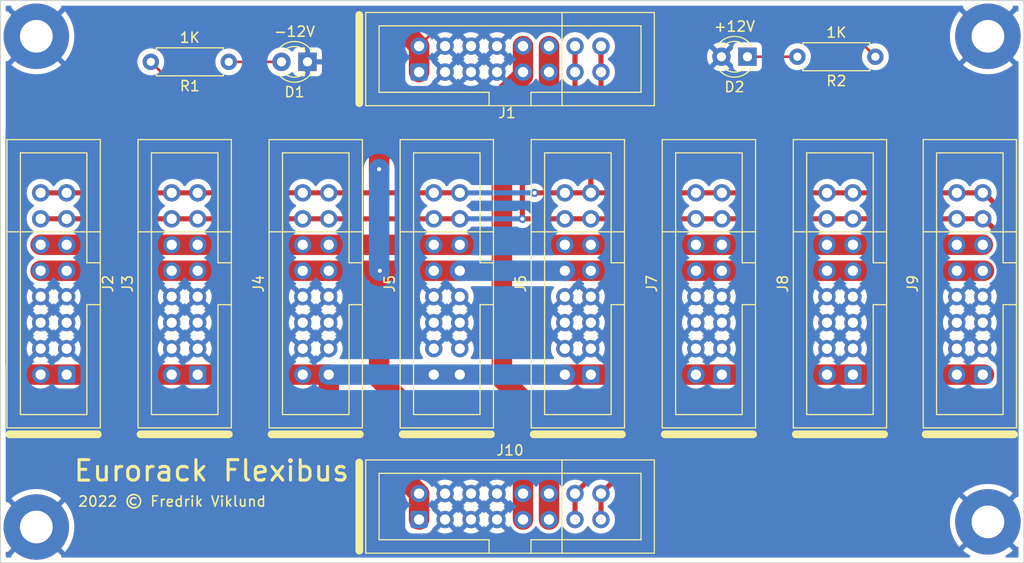
<source format=kicad_pcb>
(kicad_pcb (version 20211014) (generator pcbnew)
  (layers (0 "F.Cu" signal) (31 "B.Cu" signal) (34 "B.Paste" user) (35 "F.Paste" user) (36 "B.SilkS" user "B.Silkscreen") (37 "F.SilkS" user "F.Silkscreen") (38 "B.Mask" user) (39 "F.Mask" user) (44 "Edge.Cuts" user))
  (net 0 "")
  (net 1 "-12V")
  (net 2 "GND")
  (net 3 "+12V")
  (net 4 "+5V")
  (net 5 "CV")
  (net 6 "GATE")
  (net 7 "Net-(D1-Pad2)")
  (net 8 "Net-(D2-Pad1)")
  (footprint "Fredriks Footprints:IDC-Header_2x08_vert_Eurorack_PWR_combo" (layer "F.Cu") (at 120.500712 131.594 180)
    (fp_text reference "J7" (at 6.858 8.89 90 unlocked) (layer "F.SilkS"))
    (fp_text value "PWR_out_1")
    (fp_line (start -1.98 10.94) (end -3.29 10.94) (layer "F.SilkS") (width 0.12))
    (fp_line (start 5.588 -5.842) (end -3.048 -5.842) (layer "F.SilkS") (width 0.75))
    (fp_line (start 5.83 -5.21) (end 5.83 22.99) (layer "F.SilkS") (width 0.12))
    (fp_line (start -1.98 10.94) (end -1.98 10.94) (layer "F.SilkS") (width 0.12))
    (fp_line (start -3.29 -5.21) (end 5.83 -5.21) (layer "F.SilkS") (width 0.12))
    (fp_line (start -1.98 -3.91) (end 4.52 -3.91) (layer "F.SilkS") (width 0.12))
    (fp_line (start -1.98 21.69) (end -1.98 10.94) (layer "F.SilkS") (width 0.12))
    (fp_line (start -1.98 6.84) (end -1.98 -3.91) (layer "F.SilkS") (width 0.12))
    (fp_line (start -3.29 6.84) (end -1.98 6.84) (layer "F.SilkS") (width 0.12))
    (fp_line (start -3.29 22.99) (end -3.29 -5.21) (layer "F.SilkS") (width 0.12))
    (fp_line (start 5.83 13.97) (end -3.29 13.97) (layer "F.SilkS") (width 0.12))
    (fp_line (start 5.83 22.99) (end -3.29 22.99) (layer "F.SilkS") (width 0.12))
    (fp_line (start 4.52 -3.91) (end 4.52 21.69) (layer "F.SilkS") (width 0.12))
    (fp_line (start 4.52 21.69) (end -1.98 21.69) (layer "F.SilkS") (width 0.12))
    (pad "1" thru_hole roundrect locked (at 0 0 180) (size 1.7 1.7) (drill 1) (layers *.Cu *.Mask) (roundrect_rratio 0.1470588235) (net 1 "-12V"))
    (pad "2" thru_hole circle locked (at 2.54 0 180) (size 1.7 1.7) (drill 1) (layers *.Cu *.Mask) (net 1 "-12V"))
    (pad "3" thru_hole circle locked (at 0 2.54 180) (size 1.7 1.7) (drill 1) (layers *.Cu *.Mask) (net 2 "GND"))
    (pad "4" thru_hole circle locked (at 2.54 2.54 180) (size 1.7 1.7) (drill 1) (layers *.Cu *.Mask) (net 2 "GND"))
    (pad "5" thru_hole circle locked (at 0 5.08 180) (size 1.7 1.7) (drill 1) (layers *.Cu *.Mask) (net 2 "GND"))
    (pad "6" thru_hole circle locked (at 2.54 5.08 180) (size 1.7 1.7) (drill 1) (layers *.Cu *.Mask) (net 2 "GND"))
    (pad "7" thru_hole circle locked (at 0 7.62 180) (size 1.7 1.7) (drill 1) (layers *.Cu *.Mask) (net 2 "GND"))
    (pad "8" thru_hole circle locked (at 2.54 7.62 180) (size 1.7 1.7) (drill 1) (layers *.Cu *.Mask) (net 2 "GND"))
    (pad "9" thru_hole circle locked (at 0 10.16 180) (size 1.7 1.7) (drill 1) (layers *.Cu *.Mask) (net 3 "+12V"))
    (pad "10" thru_hole circle locked (at 2.54 10.16 180) (size 1.7 1.7) (drill 1) (layers *.Cu *.Mask) (net 3 "+12V"))
    (pad "11" thru_hole circle locked (at 0 12.7 180) (size 1.7 1.7) (drill 1) (layers *.Cu *.Mask) (net 4 "+5V"))
    (pad "12" thru_hole circle locked (at 2.54 12.7 180) (size 1.7 1.7) (drill 1) (layers *.Cu *.Mask) (net 4 "+5V"))
    (pad "13" thru_hole circle locked (at 0 15.24 180) (size 1.7 1.7) (drill 1) (layers *.Cu *.Mask) (net 5 "CV"))
    (pad "14" thru_hole circle locked (at 2.54 15.24 180) (size 1.7 1.7) (drill 1) (layers *.Cu *.Mask) (net 5 "CV"))
    (pad "15" thru_hole circle locked (at 0 17.78 180) (size 1.7 1.7) (drill 1) (layers *.Cu *.Mask) (net 6 "GATE"))
    (pad "16" thru_hole circle locked (at 2.54 17.78 180) (size 1.7 1.7) (drill 1) (layers *.Cu *.Mask) (net 6 "GATE"))
  )
  (footprint "MountingHole:MountingHole_3.2mm_M3_Pad" (layer "F.Cu") (at 53.5 146.5 180)
    (fp_text reference "H4" hide)
    (fp_text value locked "MountingHole" hide)
    (pad "1" thru_hole circle locked (at 0 0 180) (size 6.4 6.4) (drill 3.2) (layers *.Cu *.Mask) (net 2 "GND"))
  )
  (footprint "Fredriks Footprints:IDC-Header_2x08_vert_Eurorack_PWR_combo" (layer "F.Cu") (at 133.30839 131.594 180)
    (fp_text reference "J8" (at 6.858 8.89 90 unlocked) (layer "F.SilkS"))
    (fp_text value "PWR_out_1")
    (fp_line (start 5.588 -5.842) (end -3.048 -5.842) (layer "F.SilkS") (width 0.75))
    (fp_line (start 5.83 13.97) (end -3.29 13.97) (layer "F.SilkS") (width 0.12))
    (fp_line (start 5.83 22.99) (end -3.29 22.99) (layer "F.SilkS") (width 0.12))
    (fp_line (start -3.29 -5.21) (end 5.83 -5.21) (layer "F.SilkS") (width 0.12))
    (fp_line (start -1.98 -3.91) (end 4.52 -3.91) (layer "F.SilkS") (width 0.12))
    (fp_line (start -3.29 22.99) (end -3.29 -5.21) (layer "F.SilkS") (width 0.12))
    (fp_line (start 4.52 21.69) (end -1.98 21.69) (layer "F.SilkS") (width 0.12))
    (fp_line (start -1.98 21.69) (end -1.98 10.94) (layer "F.SilkS") (width 0.12))
    (fp_line (start -1.98 6.84) (end -1.98 -3.91) (layer "F.SilkS") (width 0.12))
    (fp_line (start -3.29 6.84) (end -1.98 6.84) (layer "F.SilkS") (width 0.12))
    (fp_line (start 5.83 -5.21) (end 5.83 22.99) (layer "F.SilkS") (width 0.12))
    (fp_line (start 4.52 -3.91) (end 4.52 21.69) (layer "F.SilkS") (width 0.12))
    (fp_line (start -1.98 10.94) (end -1.98 10.94) (layer "F.SilkS") (width 0.12))
    (fp_line (start -1.98 10.94) (end -3.29 10.94) (layer "F.SilkS") (width 0.12))
    (pad "1" thru_hole roundrect locked (at 0 0 180) (size 1.7 1.7) (drill 1) (layers *.Cu *.Mask) (roundrect_rratio 0.1470588235) (net 1 "-12V"))
    (pad "2" thru_hole circle locked (at 2.54 0 180) (size 1.7 1.7) (drill 1) (layers *.Cu *.Mask) (net 1 "-12V"))
    (pad "3" thru_hole circle locked (at 0 2.54 180) (size 1.7 1.7) (drill 1) (layers *.Cu *.Mask) (net 2 "GND"))
    (pad "4" thru_hole circle locked (at 2.54 2.54 180) (size 1.7 1.7) (drill 1) (layers *.Cu *.Mask) (net 2 "GND"))
    (pad "5" thru_hole circle locked (at 0 5.08 180) (size 1.7 1.7) (drill 1) (layers *.Cu *.Mask) (net 2 "GND"))
    (pad "6" thru_hole circle locked (at 2.54 5.08 180) (size 1.7 1.7) (drill 1) (layers *.Cu *.Mask) (net 2 "GND"))
    (pad "7" thru_hole circle locked (at 0 7.62 180) (size 1.7 1.7) (drill 1) (layers *.Cu *.Mask) (net 2 "GND"))
    (pad "8" thru_hole circle locked (at 2.54 7.62 180) (size 1.7 1.7) (drill 1) (layers *.Cu *.Mask) (net 2 "GND"))
    (pad "9" thru_hole circle locked (at 0 10.16 180) (size 1.7 1.7) (drill 1) (layers *.Cu *.Mask) (net 3 "+12V"))
    (pad "10" thru_hole circle locked (at 2.54 10.16 180) (size 1.7 1.7) (drill 1) (layers *.Cu *.Mask) (net 3 "+12V"))
    (pad "11" thru_hole circle locked (at 0 12.7 180) (size 1.7 1.7) (drill 1) (layers *.Cu *.Mask) (net 4 "+5V"))
    (pad "12" thru_hole circle locked (at 2.54 12.7 180) (size 1.7 1.7) (drill 1) (layers *.Cu *.Mask) (net 4 "+5V"))
    (pad "13" thru_hole circle locked (at 0 15.24 180) (size 1.7 1.7) (drill 1) (layers *.Cu *.Mask) (net 5 "CV"))
    (pad "14" thru_hole circle locked (at 2.54 15.24 180) (size 1.7 1.7) (drill 1) (layers *.Cu *.Mask) (net 5 "CV"))
    (pad "15" thru_hole circle locked (at 0 17.78 180) (size 1.7 1.7) (drill 1) (layers *.Cu *.Mask) (net 6 "GATE"))
    (pad "16" thru_hole circle locked (at 2.54 17.78 180) (size 1.7 1.7) (drill 1) (layers *.Cu *.Mask) (net 6 "GATE"))
  )
  (footprint "Fredriks Footprints:IDC-Header_2x08_vert_Eurorack_PWR_combo" (layer "F.Cu") (at 94.885356 131.594 180)
    (fp_text reference "J5" (at 6.858 8.89 90 unlocked) (layer "F.SilkS"))
    (fp_text value "PWR_out_1")
    (fp_line (start -1.98 10.94) (end -3.29 10.94) (layer "F.SilkS") (width 0.12))
    (fp_line (start 5.83 -5.21) (end 5.83 22.99) (layer "F.SilkS") (width 0.12))
    (fp_line (start -1.98 21.69) (end -1.98 10.94) (layer "F.SilkS") (width 0.12))
    (fp_line (start 5.83 22.99) (end -3.29 22.99) (layer "F.SilkS") (width 0.12))
    (fp_line (start 5.83 13.97) (end -3.29 13.97) (layer "F.SilkS") (width 0.12))
    (fp_line (start -3.29 -5.21) (end 5.83 -5.21) (layer "F.SilkS") (width 0.12))
    (fp_line (start -1.98 -3.91) (end 4.52 -3.91) (layer "F.SilkS") (width 0.12))
    (fp_line (start -1.98 6.84) (end -1.98 -3.91) (layer "F.SilkS") (width 0.12))
    (fp_line (start -3.29 22.99) (end -3.29 -5.21) (layer "F.SilkS") (width 0.12))
    (fp_line (start 5.588 -5.842) (end -3.048 -5.842) (layer "F.SilkS") (width 0.75))
    (fp_line (start 4.52 -3.91) (end 4.52 21.69) (layer "F.SilkS") (width 0.12))
    (fp_line (start -3.29 6.84) (end -1.98 6.84) (layer "F.SilkS") (width 0.12))
    (fp_line (start 4.52 21.69) (end -1.98 21.69) (layer "F.SilkS") (width 0.12))
    (fp_line (start -1.98 10.94) (end -1.98 10.94) (layer "F.SilkS") (width 0.12))
    (pad "1" thru_hole roundrect locked (at 0 0 180) (size 1.7 1.7) (drill 1) (layers *.Cu *.Mask) (roundrect_rratio 0.1470588235) (net 1 "-12V"))
    (pad "2" thru_hole circle locked (at 2.54 0 180) (size 1.7 1.7) (drill 1) (layers *.Cu *.Mask) (net 1 "-12V"))
    (pad "3" thru_hole circle locked (at 0 2.54 180) (size 1.7 1.7) (drill 1) (layers *.Cu *.Mask) (net 2 "GND"))
    (pad "4" thru_hole circle locked (at 2.54 2.54 180) (size 1.7 1.7) (drill 1) (layers *.Cu *.Mask) (net 2 "GND"))
    (pad "5" thru_hole circle locked (at 0 5.08 180) (size 1.7 1.7) (drill 1) (layers *.Cu *.Mask) (net 2 "GND"))
    (pad "6" thru_hole circle locked (at 2.54 5.08 180) (size 1.7 1.7) (drill 1) (layers *.Cu *.Mask) (net 2 "GND"))
    (pad "7" thru_hole circle locked (at 0 7.62 180) (size 1.7 1.7) (drill 1) (layers *.Cu *.Mask) (net 2 "GND"))
    (pad "8" thru_hole circle locked (at 2.54 7.62 180) (size 1.7 1.7) (drill 1) (layers *.Cu *.Mask) (net 2 "GND"))
    (pad "9" thru_hole circle locked (at 0 10.16 180) (size 1.7 1.7) (drill 1) (layers *.Cu *.Mask) (net 3 "+12V"))
    (pad "10" thru_hole circle locked (at 2.54 10.16 180) (size 1.7 1.7) (drill 1) (layers *.Cu *.Mask) (net 3 "+12V"))
    (pad "11" thru_hole circle locked (at 0 12.7 180) (size 1.7 1.7) (drill 1) (layers *.Cu *.Mask) (net 4 "+5V"))
    (pad "12" thru_hole circle locked (at 2.54 12.7 180) (size 1.7 1.7) (drill 1) (layers *.Cu *.Mask) (net 4 "+5V"))
    (pad "13" thru_hole circle locked (at 0 15.24 180) (size 1.7 1.7) (drill 1) (layers *.Cu *.Mask) (net 5 "CV"))
    (pad "14" thru_hole circle locked (at 2.54 15.24 180) (size 1.7 1.7) (drill 1) (layers *.Cu *.Mask) (net 5 "CV"))
    (pad "15" thru_hole circle locked (at 0 17.78 180) (size 1.7 1.7) (drill 1) (layers *.Cu *.Mask) (net 6 "GATE"))
    (pad "16" thru_hole circle locked (at 2.54 17.78 180) (size 1.7 1.7) (drill 1) (layers *.Cu *.Mask) (net 6 "GATE"))
  )
  (footprint "LED_THT:LED_D3.0mm" (layer "F.Cu") (at 80 101 180)
    (fp_text reference "D1" (at 1.27 -2.96) (layer "F.SilkS"))
    (fp_text value "-12V" (at 1.27 2.96) (layer "F.SilkS"))
    (fp_line (start -0.29 -1.236) (end -0.29 -1.08) (layer "F.SilkS") (width 0.12))
    (fp_line (start -0.29 1.08) (end -0.29 1.236) (layer "F.SilkS") (width 0.12))
    (fp_arc (start 0.229039 -1.08) (mid 1.270117 -1.5) (end 2.31113 -1.079837) (layer "F.SilkS") (width 0.12))
    (fp_arc (start 2.31113 1.079837) (mid 1.270117 1.5) (end 0.229039 1.08) (layer "F.SilkS") (width 0.12))
    (fp_arc (start -0.29 -1.235516) (mid 1.366487 -1.987659) (end 2.942335 -1.078608) (layer "F.SilkS") (width 0.12))
    (fp_arc (start 2.942335 1.078608) (mid 1.366487 1.987659) (end -0.29 1.235516) (layer "F.SilkS") (width 0.12))
    (pad "1" thru_hole rect locked (at 0 0 180) (size 1.8 1.8) (drill 0.9) (layers *.Cu *.Mask) (net 2 "GND"))
    (pad "2" thru_hole circle locked (at 2.54 0 180) (size 1.8 1.8) (drill 0.9) (layers *.Cu *.Mask) (net 7 "Net-(D1-Pad2)"))
  )
  (footprint "Fredriks Footprints:IDC-Header_2x08_vert_Eurorack_PWR_combo" (layer "F.Cu") (at 69.27 131.594 180)
    (fp_text reference "J3" (at 6.858 8.89 90 unlocked) (layer "F.SilkS"))
    (fp_text value "PWR_out_1")
    (fp_line (start 4.52 21.69) (end -1.98 21.69) (layer "F.SilkS") (width 0.12))
    (fp_line (start -1.98 10.94) (end -1.98 10.94) (layer "F.SilkS") (width 0.12))
    (fp_line (start -1.98 6.84) (end -1.98 -3.91) (layer "F.SilkS") (width 0.12))
    (fp_line (start -3.29 6.84) (end -1.98 6.84) (layer "F.SilkS") (width 0.12))
    (fp_line (start 5.83 22.99) (end -3.29 22.99) (layer "F.SilkS") (width 0.12))
    (fp_line (start 4.52 -3.91) (end 4.52 21.69) (layer "F.SilkS") (width 0.12))
    (fp_line (start 5.83 -5.21) (end 5.83 22.99) (layer "F.SilkS") (width 0.12))
    (fp_line (start -3.29 22.99) (end -3.29 -5.21) (layer "F.SilkS") (width 0.12))
    (fp_line (start -3.29 -5.21) (end 5.83 -5.21) (layer "F.SilkS") (width 0.12))
    (fp_line (start 5.588 -5.842) (end -3.048 -5.842) (layer "F.SilkS") (width 0.75))
    (fp_line (start -1.98 10.94) (end -3.29 10.94) (layer "F.SilkS") (width 0.12))
    (fp_line (start -1.98 -3.91) (end 4.52 -3.91) (layer "F.SilkS") (width 0.12))
    (fp_line (start -1.98 21.69) (end -1.98 10.94) (layer "F.SilkS") (width 0.12))
    (fp_line (start 5.83 13.97) (end -3.29 13.97) (layer "F.SilkS") (width 0.12))
    (pad "1" thru_hole roundrect locked (at 0 0 180) (size 1.7 1.7) (drill 1) (layers *.Cu *.Mask) (roundrect_rratio 0.1470588235) (net 1 "-12V"))
    (pad "2" thru_hole circle locked (at 2.54 0 180) (size 1.7 1.7) (drill 1) (layers *.Cu *.Mask) (net 1 "-12V"))
    (pad "3" thru_hole circle locked (at 0 2.54 180) (size 1.7 1.7) (drill 1) (layers *.Cu *.Mask) (net 2 "GND"))
    (pad "4" thru_hole circle locked (at 2.54 2.54 180) (size 1.7 1.7) (drill 1) (layers *.Cu *.Mask) (net 2 "GND"))
    (pad "5" thru_hole circle locked (at 0 5.08 180) (size 1.7 1.7) (drill 1) (layers *.Cu *.Mask) (net 2 "GND"))
    (pad "6" thru_hole circle locked (at 2.54 5.08 180) (size 1.7 1.7) (drill 1) (layers *.Cu *.Mask) (net 2 "GND"))
    (pad "7" thru_hole circle locked (at 0 7.62 180) (size 1.7 1.7) (drill 1) (layers *.Cu *.Mask) (net 2 "GND"))
    (pad "8" thru_hole circle locked (at 2.54 7.62 180) (size 1.7 1.7) (drill 1) (layers *.Cu *.Mask) (net 2 "GND"))
    (pad "9" thru_hole circle locked (at 0 10.16 180) (size 1.7 1.7) (drill 1) (layers *.Cu *.Mask) (net 3 "+12V"))
    (pad "10" thru_hole circle locked (at 2.54 10.16 180) (size 1.7 1.7) (drill 1) (layers *.Cu *.Mask) (net 3 "+12V"))
    (pad "11" thru_hole circle locked (at 0 12.7 180) (size 1.7 1.7) (drill 1) (layers *.Cu *.Mask) (net 4 "+5V"))
    (pad "12" thru_hole circle locked (at 2.54 12.7 180) (size 1.7 1.7) (drill 1) (layers *.Cu *.Mask) (net 4 "+5V"))
    (pad "13" thru_hole circle locked (at 0 15.24 180) (size 1.7 1.7) (drill 1) (layers *.Cu *.Mask) (net 5 "CV"))
    (pad "14" thru_hole circle locked (at 2.54 15.24 180) (size 1.7 1.7) (drill 1) (layers *.Cu *.Mask) (net 5 "CV"))
    (pad "15" thru_hole circle locked (at 0 17.78 180) (size 1.7 1.7) (drill 1) (layers *.Cu *.Mask) (net 6 "GATE"))
    (pad "16" thru_hole circle locked (at 2.54 17.78 180) (size 1.7 1.7) (drill 1) (layers *.Cu *.Mask) (net 6 "GATE"))
  )
  (footprint "Fredriks Footprints:IDC-Header_2x08_vert_Eurorack_PWR_combo" (layer "F.Cu") (at 82.077678 131.594 180)
    (fp_text reference "J4" (at 6.858 8.89 90 unlocked) (layer "F.SilkS"))
    (fp_text value "PWR_out_1")
    (fp_line (start 5.83 -5.21) (end 5.83 22.99) (layer "F.SilkS") (width 0.12))
    (fp_line (start -1.98 -3.91) (end 4.52 -3.91) (layer "F.SilkS") (width 0.12))
    (fp_line (start 5.83 13.97) (end -3.29 13.97) (layer "F.SilkS") (width 0.12))
    (fp_line (start 4.52 21.69) (end -1.98 21.69) (layer "F.SilkS") (width 0.12))
    (fp_line (start -1.98 10.94) (end -3.29 10.94) (layer "F.SilkS") (width 0.12))
    (fp_line (start 5.83 22.99) (end -3.29 22.99) (layer "F.SilkS") (width 0.12))
    (fp_line (start -3.29 6.84) (end -1.98 6.84) (layer "F.SilkS") (width 0.12))
    (fp_line (start -1.98 21.69) (end -1.98 10.94) (layer "F.SilkS") (width 0.12))
    (fp_line (start -1.98 6.84) (end -1.98 -3.91) (layer "F.SilkS") (width 0.12))
    (fp_line (start -3.29 -5.21) (end 5.83 -5.21) (layer "F.SilkS") (width 0.12))
    (fp_line (start 4.52 -3.91) (end 4.52 21.69) (layer "F.SilkS") (width 0.12))
    (fp_line (start -1.98 10.94) (end -1.98 10.94) (layer "F.SilkS") (width 0.12))
    (fp_line (start -3.29 22.99) (end -3.29 -5.21) (layer "F.SilkS") (width 0.12))
    (fp_line (start 5.588 -5.842) (end -3.048 -5.842) (layer "F.SilkS") (width 0.75))
    (pad "1" thru_hole roundrect locked (at 0 0 180) (size 1.7 1.7) (drill 1) (layers *.Cu *.Mask) (roundrect_rratio 0.1470588235) (net 1 "-12V"))
    (pad "2" thru_hole circle locked (at 2.54 0 180) (size 1.7 1.7) (drill 1) (layers *.Cu *.Mask) (net 1 "-12V"))
    (pad "3" thru_hole circle locked (at 0 2.54 180) (size 1.7 1.7) (drill 1) (layers *.Cu *.Mask) (net 2 "GND"))
    (pad "4" thru_hole circle locked (at 2.54 2.54 180) (size 1.7 1.7) (drill 1) (layers *.Cu *.Mask) (net 2 "GND"))
    (pad "5" thru_hole circle locked (at 0 5.08 180) (size 1.7 1.7) (drill 1) (layers *.Cu *.Mask) (net 2 "GND"))
    (pad "6" thru_hole circle locked (at 2.54 5.08 180) (size 1.7 1.7) (drill 1) (layers *.Cu *.Mask) (net 2 "GND"))
    (pad "7" thru_hole circle locked (at 0 7.62 180) (size 1.7 1.7) (drill 1) (layers *.Cu *.Mask) (net 2 "GND"))
    (pad "8" thru_hole circle locked (at 2.54 7.62 180) (size 1.7 1.7) (drill 1) (layers *.Cu *.Mask) (net 2 "GND"))
    (pad "9" thru_hole circle locked (at 0 10.16 180) (size 1.7 1.7) (drill 1) (layers *.Cu *.Mask) (net 3 "+12V"))
    (pad "10" thru_hole circle locked (at 2.54 10.16 180) (size 1.7 1.7) (drill 1) (layers *.Cu *.Mask) (net 3 "+12V"))
    (pad "11" thru_hole circle locked (at 0 12.7 180) (size 1.7 1.7) (drill 1) (layers *.Cu *.Mask) (net 4 "+5V"))
    (pad "12" thru_hole circle locked (at 2.54 12.7 180) (size 1.7 1.7) (drill 1) (layers *.Cu *.Mask) (net 4 "+5V"))
    (pad "13" thru_hole circle locked (at 0 15.24 180) (size 1.7 1.7) (drill 1) (layers *.Cu *.Mask) (net 5 "CV"))
    (pad "14" thru_hole circle locked (at 2.54 15.24 180) (size 1.7 1.7) (drill 1) (layers *.Cu *.Mask) (net 5 "CV"))
    (pad "15" thru_hole circle locked (at 0 17.78 180) (size 1.7 1.7) (drill 1) (layers *.Cu *.Mask) (net 6 "GATE"))
    (pad "16" thru_hole circle locked (at 2.54 17.78 180) (size 1.7 1.7) (drill 1) (layers *.Cu *.Mask) (net 6 "GATE"))
  )
  (footprint "Resistor_THT:R_Axial_DIN0207_L6.3mm_D2.5mm_P7.62mm_Horizontal" (layer "F.Cu") (at 72.31 101 180)
    (fp_text reference "R1" (at 3.81 -2.37) (layer "F.SilkS"))
    (fp_text value "1K" (at 3.81 2.37) (layer "F.SilkS"))
    (fp_line (start 0.54 -1.04) (end 0.54 -1.37) (layer "F.SilkS") (width 0.12))
    (fp_line (start 7.08 -1.37) (end 7.08 -1.04) (layer "F.SilkS") (width 0.12))
    (fp_line (start 0.54 1.37) (end 7.08 1.37) (layer "F.SilkS") (width 0.12))
    (fp_line (start 7.08 1.37) (end 7.08 1.04) (layer "F.SilkS") (width 0.12))
    (fp_line (start 0.54 1.04) (end 0.54 1.37) (layer "F.SilkS") (width 0.12))
    (fp_line (start 0.54 -1.37) (end 7.08 -1.37) (layer "F.SilkS") (width 0.12))
    (pad "1" thru_hole circle locked (at 0 0 180) (size 1.6 1.6) (drill 0.8) (layers *.Cu *.Mask) (net 7 "Net-(D1-Pad2)"))
    (pad "2" thru_hole oval locked (at 7.62 0 180) (size 1.6 1.6) (drill 0.8) (layers *.Cu *.Mask) (net 3 "+12V"))
  )
  (footprint "Fredriks Footprints:IDC-Header_2x08_vert_Eurorack_PWR_combo" (layer "F.Cu") (at 107.693034 131.594 180)
    (fp_text reference "J6" (at 6.858 8.89 90 unlocked) (layer "F.SilkS"))
    (fp_text value "PWR_out_1")
    (fp_line (start -1.98 21.69) (end -1.98 10.94) (layer "F.SilkS") (width 0.12))
    (fp_line (start 5.83 22.99) (end -3.29 22.99) (layer "F.SilkS") (width 0.12))
    (fp_line (start -1.98 10.94) (end -1.98 10.94) (layer "F.SilkS") (width 0.12))
    (fp_line (start -1.98 -3.91) (end 4.52 -3.91) (layer "F.SilkS") (width 0.12))
    (fp_line (start 5.588 -5.842) (end -3.048 -5.842) (layer "F.SilkS") (width 0.75))
    (fp_line (start 5.83 13.97) (end -3.29 13.97) (layer "F.SilkS") (width 0.12))
    (fp_line (start -3.29 22.99) (end -3.29 -5.21) (layer "F.SilkS") (width 0.12))
    (fp_line (start -1.98 10.94) (end -3.29 10.94) (layer "F.SilkS") (width 0.12))
    (fp_line (start 4.52 -3.91) (end 4.52 21.69) (layer "F.SilkS") (width 0.12))
    (fp_line (start -1.98 6.84) (end -1.98 -3.91) (layer "F.SilkS") (width 0.12))
    (fp_line (start 4.52 21.69) (end -1.98 21.69) (layer "F.SilkS") (width 0.12))
    (fp_line (start 5.83 -5.21) (end 5.83 22.99) (layer "F.SilkS") (width 0.12))
    (fp_line (start -3.29 -5.21) (end 5.83 -5.21) (layer "F.SilkS") (width 0.12))
    (fp_line (start -3.29 6.84) (end -1.98 6.84) (layer "F.SilkS") (width 0.12))
    (pad "1" thru_hole roundrect locked (at 0 0 180) (size 1.7 1.7) (drill 1) (layers *.Cu *.Mask) (roundrect_rratio 0.1470588235) (net 1 "-12V"))
    (pad "2" thru_hole circle locked (at 2.54 0 180) (size 1.7 1.7) (drill 1) (layers *.Cu *.Mask) (net 1 "-12V"))
    (pad "3" thru_hole circle locked (at 0 2.54 180) (size 1.7 1.7) (drill 1) (layers *.Cu *.Mask) (net 2 "GND"))
    (pad "4" thru_hole circle locked (at 2.54 2.54 180) (size 1.7 1.7) (drill 1) (layers *.Cu *.Mask) (net 2 "GND"))
    (pad "5" thru_hole circle locked (at 0 5.08 180) (size 1.7 1.7) (drill 1) (layers *.Cu *.Mask) (net 2 "GND"))
    (pad "6" thru_hole circle locked (at 2.54 5.08 180) (size 1.7 1.7) (drill 1) (layers *.Cu *.Mask) (net 2 "GND"))
    (pad "7" thru_hole circle locked (at 0 7.62 180) (size 1.7 1.7) (drill 1) (layers *.Cu *.Mask) (net 2 "GND"))
    (pad "8" thru_hole circle locked (at 2.54 7.62 180) (size 1.7 1.7) (drill 1) (layers *.Cu *.Mask) (net 2 "GND"))
    (pad "9" thru_hole circle locked (at 0 10.16 180) (size 1.7 1.7) (drill 1) (layers *.Cu *.Mask) (net 3 "+12V"))
    (pad "10" thru_hole circle locked (at 2.54 10.16 180) (size 1.7 1.7) (drill 1) (layers *.Cu *.Mask) (net 3 "+12V"))
    (pad "11" thru_hole circle locked (at 0 12.7 180) (size 1.7 1.7) (drill 1) (layers *.Cu *.Mask) (net 4 "+5V"))
    (pad "12" thru_hole circle locked (at 2.54 12.7 180) (size 1.7 1.7) (drill 1) (layers *.Cu *.Mask) (net 4 "+5V"))
    (pad "13" thru_hole circle locked (at 0 15.24 180) (size 1.7 1.7) (drill 1) (layers *.Cu *.Mask) (net 5 "CV"))
    (pad "14" thru_hole circle locked (at 2.54 15.24 180) (size 1.7 1.7) (drill 1) (layers *.Cu *.Mask) (net 5 "CV"))
    (pad "15" thru_hole circle locked (at 0 17.78 180) (size 1.7 1.7) (drill 1) (layers *.Cu *.Mask) (net 6 "GATE"))
    (pad "16" thru_hole circle locked (at 2.54 17.78 180) (size 1.7 1.7) (drill 1) (layers *.Cu *.Mask) (net 6 "GATE"))
  )
  (footprint "Resistor_THT:R_Axial_DIN0207_L6.3mm_D2.5mm_P7.62mm_Horizontal" (layer "F.Cu") (at 135.5 100.5 180)
    (fp_text reference "R2" (at 3.81 -2.37) (layer "F.SilkS"))
    (fp_text value "1K" (at 3.81 2.37) (layer "F.SilkS"))
    (fp_line (start 0.54 1.37) (end 7.08 1.37) (layer "F.SilkS") (width 0.12))
    (fp_line (start 7.08 1.37) (end 7.08 1.04) (layer "F.SilkS") (width 0.12))
    (fp_line (start 0.54 1.04) (end 0.54 1.37) (layer "F.SilkS") (width 0.12))
    (fp_line (start 0.54 -1.04) (end 0.54 -1.37) (layer "F.SilkS") (width 0.12))
    (fp_line (start 7.08 -1.37) (end 7.08 -1.04) (layer "F.SilkS") (width 0.12))
    (fp_line (start 0.54 -1.37) (end 7.08 -1.37) (layer "F.SilkS") (width 0.12))
    (pad "1" thru_hole circle locked (at 0 0 180) (size 1.6 1.6) (drill 0.8) (layers *.Cu *.Mask) (net 1 "-12V"))
    (pad "2" thru_hole oval locked (at 7.62 0 180) (size 1.6 1.6) (drill 0.8) (layers *.Cu *.Mask) (net 8 "Net-(D2-Pad1)"))
  )
  (footprint "MountingHole:MountingHole_3.2mm_M3_Pad" (layer "F.Cu") (at 146.5 146 180)
    (fp_text reference "H3" hide)
    (fp_text value "MountingHole" hide)
    (pad "1" thru_hole circle locked (at 0 0 180) (size 6.4 6.4) (drill 3.2) (layers *.Cu *.Mask) (net 2 "GND"))
  )
  (footprint "Fredriks Footprints:IDC-Header_2x08_vert_Eurorack_PWR_combo" (layer "F.Cu") (at 90.906 102 90)
    (fp_text reference "J1" (at -4 8.594 unlocked) (layer "F.SilkS"))
    (fp_text value "PWR_out_1")
    (fp_line (start -1.98 -3.91) (end 4.52 -3.91) (layer "F.SilkS") (width 0.12))
    (fp_line (start -3.29 22.99) (end -3.29 -5.21) (layer "F.SilkS") (width 0.12))
    (fp_line (start -1.98 6.84) (end -1.98 -3.91) (layer "F.SilkS") (width 0.12))
    (fp_line (start -1.98 21.69) (end -1.98 10.94) (layer "F.SilkS") (width 0.12))
    (fp_line (start 5.83 22.99) (end -3.29 22.99) (layer "F.SilkS") (width 0.12))
    (fp_line (start -1.98 10.94) (end -3.29 10.94) (layer "F.SilkS") (width 0.12))
    (fp_line (start 4.52 -3.91) (end 4.52 21.69) (layer "F.SilkS") (width 0.12))
    (fp_line (start 5.83 -5.21) (end 5.83 22.99) (layer "F.SilkS") (width 0.12))
    (fp_line (start -3.29 -5.21) (end 5.83 -5.21) (layer "F.SilkS") (width 0.12))
    (fp_line (start 5.588 -5.842) (end -3.048 -5.842) (layer "F.SilkS") (width 0.75))
    (fp_line (start 5.83 13.97) (end -3.29 13.97) (layer "F.SilkS") (width 0.12))
    (fp_line (start 4.52 21.69) (end -1.98 21.69) (layer "F.SilkS") (width 0.12))
    (fp_line (start -1.98 10.94) (end -1.98 10.94) (layer "F.SilkS") (width 0.12))
    (fp_line (start -3.29 6.84) (end -1.98 6.84) (layer "F.SilkS") (width 0.12))
    (pad "1" thru_hole roundrect (at 0 0 90) (size 1.7 1.7) (drill 1) (layers *.Cu *.Mask) (roundrect_rratio 0.1470588235) (net 1 "-12V"))
    (pad "2" thru_hole circle (at 2.54 0 90) (size 1.7 1.7) (drill 1) (layers *.Cu *.Mask) (net 1 "-12V"))
    (pad "3" thru_hole circle (at 0 2.54 90) (size 1.7 1.7) (drill 1) (layers *.Cu *.Mask) (net 2 "GND"))
    (pad "4" thru_hole circle (at 2.54 2.54 90) (size 1.7 1.7) (drill 1) (layers *.Cu *.Mask) (net 2 "GND"))
    (pad "5" thru_hole circle (at 0 5.08 90) (size 1.7 1.7) (drill 1) (layers *.Cu *.Mask) (net 2 "GND"))
    (pad "6" thru_hole circle (at 2.54 5.08 90) (size 1.7 1.7) (drill 1) (layers *.Cu *.Mask) (net 2 "GND"))
    (pad "7" thru_hole circle (at 0 7.62 90) (size 1.7 1.7) (drill 1) (layers *.Cu *.Mask) (net 2 "GND"))
    (pad "8" thru_hole circle (at 2.54 7.62 90) (size 1.7 1.7) (drill 1) (layers *.Cu *.Mask) (net 2 "GND"))
    (pad "9" thru_hole circle (at 0 10.16 90) (size 1.7 1.7) (drill 1) (layers *.Cu *.Mask) (net 3 "+12V"))
    (pad "10" thru_hole circle (at 2.54 10.16 90) (size 1.7 1.7) (drill 1) (layers *.Cu *.Mask) (net 3 "+12V"))
    (pad "11" thru_hole circle (at 0 12.7 90) (size 1.7 1.7) (drill 1) (layers *.Cu *.Mask) (net 4 "+5V"))
    (pad "12" thru_hole circle (at 2.54 12.7 90) (size 1.7 1.7) (drill 1) (layers *.Cu *.Mask) (net 4 "+5V"))
    (pad "13" thru_hole circle (at 0 15.24 90) (size 1.7 1.7) (drill 1) (layers *.Cu *.Mask) (net 5 "CV"))
    (pad "14" thru_hole circle (at 2.54 15.24 90) (size 1.7 1.7) (drill 1) (layers *.Cu *.Mask) (net 5 "CV"))
    (pad "15" thru_hole circle (at 0 17.78 90) (size 1.7 1.7) (drill 1) (layers *.Cu *.Mask) (net 6 "GATE"))
    (pad "16" thru_hole circle (at 2.54 17.78 90) (size 1.7 1.7) (drill 1) (layers *.Cu *.Mask) (net 6 "GATE"))
  )
  (footprint "Fredriks Footprints:IDC-Header_2x08_vert_Eurorack_PWR_combo" (layer "F.Cu") (at 56.462318 131.594 180)
    (fp_text reference "J2" (at -4.037682 8.89 90 unlocked) (layer "F.SilkS"))
    (fp_text value "PWR_out_1")
    (fp_line (start -1.98 10.94) (end -1.98 10.94) (layer "F.SilkS") (width 0.12))
    (fp_line (start 5.83 13.97) (end -3.29 13.97) (layer "F.SilkS") (width 0.12))
    (fp_line (start 5.83 22.99) (end -3.29 22.99) (layer "F.SilkS") (width 0.12))
    (fp_line (start 4.52 21.69) (end -1.98 21.69) (layer "F.SilkS") (width 0.12))
    (fp_line (start 5.588 -5.842) (end -3.048 -5.842) (layer "F.SilkS") (width 0.75))
    (fp_line (start -3.29 22.99) (end -3.29 -5.21) (layer "F.SilkS") (width 0.12))
    (fp_line (start -1.98 -3.91) (end 4.52 -3.91) (layer "F.SilkS") (width 0.12))
    (fp_line (start -3.29 6.84) (end -1.98 6.84) (layer "F.SilkS") (width 0.12))
    (fp_line (start -1.98 21.69) (end -1.98 10.94) (layer "F.SilkS") (width 0.12))
    (fp_line (start -3.29 -5.21) (end 5.83 -5.21) (layer "F.SilkS") (width 0.12))
    (fp_line (start 5.83 -5.21) (end 5.83 22.99) (layer "F.SilkS") (width 0.12))
    (fp_line (start 4.52 -3.91) (end 4.52 21.69) (layer "F.SilkS") (width 0.12))
    (fp_line (start -1.98 10.94) (end -3.29 10.94) (layer "F.SilkS") (width 0.12))
    (fp_line (start -1.98 6.84) (end -1.98 -3.91) (layer "F.SilkS") (width 0.12))
    (pad "1" thru_hole roundrect locked (at 0 0 180) (size 1.7 1.7) (drill 1) (layers *.Cu *.Mask) (roundrect_rratio 0.1470588235) (net 1 "-12V"))
    (pad "2" thru_hole circle locked (at 2.54 0 180) (size 1.7 1.7) (drill 1) (layers *.Cu *.Mask) (net 1 "-12V"))
    (pad "3" thru_hole circle locked (at 0 2.54 180) (size 1.7 1.7) (drill 1) (layers *.Cu *.Mask) (net 2 "GND"))
    (pad "4" thru_hole circle locked (at 2.54 2.54 180) (size 1.7 1.7) (drill 1) (layers *.Cu *.Mask) (net 2 "GND"))
    (pad "5" thru_hole circle locked (at 0 5.08 180) (size 1.7 1.7) (drill 1) (layers *.Cu *.Mask) (net 2 "GND"))
    (pad "6" thru_hole circle locked (at 2.54 5.08 180) (size 1.7 1.7) (drill 1) (layers *.Cu *.Mask) (net 2 "GND"))
    (pad "7" thru_hole circle locked (at 0 7.62 180) (size 1.7 1.7) (drill 1) (layers *.Cu *.Mask) (net 2 "GND"))
    (pad "8" thru_hole circle locked (at 2.54 7.62 180) (size 1.7 1.7) (drill 1) (layers *.Cu *.Mask) (net 2 "GND"))
    (pad "9" thru_hole circle locked (at 0 10.16 180) (size 1.7 1.7) (drill 1) (layers *.Cu *.Mask) (net 3 "+12V"))
    (pad "10" thru_hole circle locked (at 2.54 10.16 180) (size 1.7 1.7) (drill 1) (layers *.Cu *.Mask) (net 3 "+12V"))
    (pad "11" thru_hole circle locked (at 0 12.7 180) (size 1.7 1.7) (drill 1) (layers *.Cu *.Mask) (net 4 "+5V"))
    (pad "12" thru_hole circle locked (at 2.54 12.7 180) (size 1.7 1.7) (drill 1) (layers *.Cu *.Mask) (net 4 "+5V"))
    (pad "13" thru_hole circle locked (at 0 15.24 180) (size 1.7 1.7) (drill 1) (layers *.Cu *.Mask) (net 5 "CV"))
    (pad "14" thru_hole circle locked (at 2.54 15.24 180) (size 1.7 1.7) (drill 1) (layers *.Cu *.Mask) (net 5 "CV"))
    (pad "15" thru_hole circle locked (at 0 17.78 180) (size 1.7 1.7) (drill 1) (layers *.Cu *.Mask) (net 6 "GATE"))
    (pad "16" thru_hole circle locked (at 2.54 17.78 180) (size 1.7 1.7) (drill 1) (layers *.Cu *.Mask) (net 6 "GATE"))
  )
  (footprint "MountingHole:MountingHole_3.2mm_M3_Pad" (layer "F.Cu") (at 53.5 98.5 180)
    (fp_text reference "H1" hide)
    (fp_text value "MountingHole" hide)
    (pad "1" thru_hole circle locked (at 0 0 180) (size 6.4 6.4) (drill 3.2) (layers *.Cu *.Mask) (net 2 "GND"))
  )
  (footprint "Fredriks Footprints:IDC-Header_2x08_vert_Eurorack_PWR_combo" (layer "F.Cu") (at 146 131.594 180)
    (fp_text reference "J9" (at 6.858 8.89 90 unlocked) (layer "F.SilkS"))
    (fp_text value "PWR_out_1")
    (fp_line (start 4.52 -3.91) (end 4.52 21.69) (layer "F.SilkS") (width 0.12))
    (fp_line (start 5.83 22.99) (end -3.29 22.99) (layer "F.SilkS") (width 0.12))
    (fp_line (start 5.588 -5.842) (end -3.048 -5.842) (layer "F.SilkS") (width 0.75))
    (fp_line (start -1.98 10.94) (end -3.29 10.94) (layer "F.SilkS") (width 0.12))
    (fp_line (start -3.29 22.99) (end -3.29 -5.21) (layer "F.SilkS") (width 0.12))
    (fp_line (start -1.98 6.84) (end -1.98 -3.91) (layer "F.SilkS") (width 0.12))
    (fp_line (start 4.52 21.69) (end -1.98 21.69) (layer "F.SilkS") (width 0.12))
    (fp_line (start -1.98 -3.91) (end 4.52 -3.91) (layer "F.SilkS") (width 0.12))
    (fp_line (start 5.83 -5.21) (end 5.83 22.99) (layer "F.SilkS") (width 0.12))
    (fp_line (start -1.98 21.69) (end -1.98 10.94) (layer "F.SilkS") (width 0.12))
    (fp_line (start -3.29 -5.21) (end 5.83 -5.21) (layer "F.SilkS") (width 0.12))
    (fp_line (start -1.98 10.94) (end -1.98 10.94) (layer "F.SilkS") (width 0.12))
    (fp_line (start 5.83 13.97) (end -3.29 13.97) (layer "F.SilkS") (width 0.12))
    (fp_line (start -3.29 6.84) (end -1.98 6.84) (layer "F.SilkS") (width 0.12))
    (pad "1" thru_hole roundrect (at 0 0 180) (size 1.7 1.7) (drill 1) (layers *.Cu *.Mask) (roundrect_rratio 0.1470588235) (net 1 "-12V"))
    (pad "2" thru_hole circle (at 2.54 0 180) (size 1.7 1.7) (drill 1) (layers *.Cu *.Mask) (net 1 "-12V"))
    (pad "3" thru_hole circle (at 0 2.54 180) (size 1.7 1.7) (drill 1) (layers *.Cu *.Mask) (net 2 "GND"))
    (pad "4" thru_hole circle (at 2.54 2.54 180) (size 1.7 1.7) (drill 1) (layers *.Cu *.Mask) (net 2 "GND"))
    (pad "5" thru_hole circle (at 0 5.08 180) (size 1.7 1.7) (drill 1) (layers *.Cu *.Mask) (net 2 "GND"))
    (pad "6" thru_hole circle (at 2.54 5.08 180) (size 1.7 1.7) (drill 1) (layers *.Cu *.Mask) (net 2 "GND"))
    (pad "7" thru_hole circle (at 0 7.62 180) (size 1.7 1.7) (drill 1) (layers *.Cu *.Mask) (net 2 "GND"))
    (pad "8" thru_hole circle (at 2.54 7.62 180) (size 1.7 1.7) (drill 1) (layers *.Cu *.Mask) (net 2 "GND"))
    (pad "9" thru_hole circle (at 0 10.16 180) (size 1.7 1.7) (drill 1) (layers *.Cu *.Mask) (net 3 "+12V"))
    (pad "10" thru_hole circle (at 2.54 10.16 180) (size 1.7 1.7) (drill 1) (layers *.Cu *.Mask) (net 3 "+12V"))
    (pad "11" thru_hole circle (at 0 12.7 180) (size 1.7 1.7) (drill 1) (layers *.Cu *.Mask) (net 4 "+5V"))
    (pad "12" thru_hole circle (at 2.54 12.7 180) (size 1.7 1.7) (drill 1) (layers *.Cu *.Mask) (net 4 "+5V"))
    (pad "13" thru_hole circle (at 0 15.24 180) (size 1.7 1.7) (drill 1) (layers *.Cu *.Mask) (net 5 "CV"))
    (pad "14" thru_hole circle (at 2.54 15.24 180) (size 1.7 1.7) (drill 1) (layers *.Cu *.Mask) (net 5 "CV"))
    (pad "15" thru_hole circle (at 0 17.78 180) (size 1.7 1.7) (drill 1) (layers *.Cu *.Mask) (net 6 "GATE"))
    (pad "16" thru_hole circle (at 2.54 17.78 180) (size 1.7 1.7) (drill 1) (layers *.Cu *.Mask) (net 6 "GATE"))
  )
  (footprint "LED_THT:LED_D3.0mm" (layer "F.Cu") (at 123 100.5 180)
    (fp_text reference "D2" (at 1.27 -2.96) (layer "F.SilkS"))
    (fp_text value "+12V" (at 1.27 2.96) (layer "F.SilkS"))
    (fp_line (start -0.29 1.08) (end -0.29 1.236) (layer "F.SilkS") (width 0.12))
    (fp_line (start -0.29 -1.236) (end -0.29 -1.08) (layer "F.SilkS") (width 0.12))
    (fp_arc (start -0.29 -1.235516) (mid 1.366487 -1.987659) (end 2.942335 -1.078608) (layer "F.SilkS") (width 0.12))
    (fp_arc (start 0.229039 -1.08) (mid 1.270117 -1.5) (end 2.31113 -1.079837) (layer "F.SilkS") (width 0.12))
    (fp_arc (start 2.942335 1.078608) (mid 1.366487 1.987659) (end -0.29 1.235516) (layer "F.SilkS") (width 0.12))
    (fp_arc (start 2.31113 1.079837) (mid 1.270117 1.5) (end 0.229039 1.08) (layer "F.SilkS") (width 0.12))
    (pad "1" thru_hole rect locked (at 0 0 180) (size 1.8 1.8) (drill 0.9) (layers *.Cu *.Mask) (net 8 "Net-(D2-Pad1)"))
    (pad "2" thru_hole circle locked (at 2.54 0 180) (size 1.8 1.8) (drill 0.9) (layers *.Cu *.Mask) (net 2 "GND"))
  )
  (footprint "MountingHole:MountingHole_3.2mm_M3_Pad" (layer "F.Cu") (at 146.5 98.5 180)
    (fp_text reference "H2" hide)
    (fp_text value "MountingHole" hide)
    (pad "1" thru_hole circle locked (at 0 0 180) (size 6.4 6.4) (drill 3.2) (layers *.Cu *.Mask) (net 2 "GND"))
  )
  (footprint "Fredriks Footprints:IDC-Header_2x08_vert_Eurorack_PWR_combo" (layer "F.Cu") (at 90.906 145.77 90)
    (fp_text reference "J10" (at 6.77 8.89 unlocked) (layer "F.SilkS"))
    (fp_text value "PWR_out_1")
    (fp_line (start 4.52 21.69) (end -1.98 21.69) (layer "F.SilkS") (width 0.12))
    (fp_line (start -3.29 -5.21) (end 5.83 -5.21) (layer "F.SilkS") (width 0.12))
    (fp_line (start -3.29 22.99) (end -3.29 -5.21) (layer "F.SilkS") (width 0.12))
    (fp_line (start -1.98 21.69) (end -1.98 10.94) (layer "F.SilkS") (width 0.12))
    (fp_line (start 4.52 -3.91) (end 4.52 21.69) (layer "F.SilkS") (width 0.12))
    (fp_line (start 5.588 -5.842) (end -3.048 -5.842) (layer "F.SilkS") (width 0.75))
    (fp_line (start -1.98 10.94) (end -3.29 10.94) (layer "F.SilkS") (width 0.12))
    (fp_line (start -3.29 6.84) (end -1.98 6.84) (layer "F.SilkS") (width 0.12))
    (fp_line (start -1.98 6.84) (end -1.98 -3.91) (layer "F.SilkS") (width 0.12))
    (fp_line (start 5.83 -5.21) (end 5.83 22.99) (layer "F.SilkS") (width 0.12))
    (fp_line (start 5.83 13.97) (end -3.29 13.97) (layer "F.SilkS") (width 0.12))
    (fp_line (start -1.98 10.94) (end -1.98 10.94) (layer "F.SilkS") (width 0.12))
    (fp_line (start -1.98 -3.91) (end 4.52 -3.91) (layer "F.SilkS") (width 0.12))
    (fp_line (start 5.83 22.99) (end -3.29 22.99) (layer "F.SilkS") (width 0.12))
    (pad "1" thru_hole roundrect locked (at 0 0 90) (size 1.7 1.7) (drill 1) (layers *.Cu *.Mask) (roundrect_rratio 0.1470588235) (net 1 "-12V"))
    (pad "2" thru_hole circle locked (at 2.54 0 90) (size 1.7 1.7) (drill 1) (layers *.Cu *.Mask) (net 1 "-12V"))
    (pad "3" thru_hole circle locked (at 0 2.54 90) (size 1.7 1.7) (drill 1) (layers *.Cu *.Mask) (net 2 "GND"))
    (pad "4" thru_hole circle locked (at 2.54 2.54 90) (size 1.7 1.7) (drill 1) (layers *.Cu *.Mask) (net 2 "GND"))
    (pad "5" thru_hole circle locked (at 0 5.08 90) (size 1.7 1.7) (drill 1) (layers *.Cu *.Mask) (net 2 "GND"))
    (pad "6" thru_hole circle locked (at 2.54 5.08 90) (size 1.7 1.7) (drill 1) (layers *.Cu *.Mask) (net 2 "GND"))
    (pad "7" thru_hole circle locked (at 0 7.62 90) (size 1.7 1.7) (drill 1) (layers *.Cu *.Mask) (net 2 "GND"))
    (pad "8" thru_hole circle locked (at 2.54 7.62 90) (size 1.7 1.7) (drill 1) (layers *.Cu *.Mask) (net 2 "GND"))
    (pad "9" thru_hole circle locked (at 0 10.16 90) (size 1.7 1.7) (drill 1) (layers *.Cu *.Mask) (net 3 "+12V"))
    (pad "10" thru_hole circle locked (at 2.54 10.16 90) (size 1.7 1.7) (drill 1) (layers *.Cu *.Mask) (net 3 "+12V"))
    (pad "11" thru_hole circle locked (at 0 12.7 90) (size 1.7 1.7) (drill 1) (layers *.Cu *.Mask) (net 4 "+5V"))
    (pad "12" thru_hole circle locked (at 2.54 12.7 90) (size 1.7 1.7) (drill 1) (layers *.Cu *.Mask) (net 4 "+5V"))
    (pad "13" thru_hole circle locked (at 0 15.24 90) (size 1.7 1.7) (drill 1) (layers *.Cu *.Mask) (net 5 "CV"))
    (pad "14" thru_hole circle locked (at 2.54 15.24 90) (size 1.7 1.7) (drill 1) (layers *.Cu *.Mask) (net 5 "CV"))
    (pad "15" thru_hole circle locked (at 0 17.78 90) (size 1.7 1.7) (drill 1) (layers *.Cu *.Mask) (net 6 "GATE"))
    (pad "16" thru_hole circle locked (at 2.54 17.78 90) (size 1.7 1.7) (drill 1) (layers *.Cu *.Mask) (net 6 "GATE"))
  )
  (gr_rect (start 150 150) (end 50 95) (layer "Edge.Cuts") (width 0.1) (fill none))
  (gr_text "Eurorack Flexibus" (at 57 141) (layer "F.SilkS") (effects (font (size 2 2) (thickness 0.3)) (justify left)))
  (gr_text "2022 © Fredrik Viklund" (at 57.5 144) (layer "F.SilkS") (effects (font (size 1 1)) (justify left)))
  (segment (start 90.906 145.77) (end 90.906 143.23) (width 2) (layer "F.Cu") (net 1))
  (segment (start 82.077678 134.401678) (end 90.906 143.23) (width 2) (layer "F.Cu") (net 1))
  (segment (start 90.906 99.46) (end 90.906 102) (width 2) (layer "F.Cu") (net 1))
  (segment (start 51.5 108) (end 62.5 97) (width 2) (layer "F.Cu") (net 1))
  (segment (start 93.866 96.5) (end 90.906 99.46) (width 0.25) (layer "F.Cu") (net 1))
  (segment (start 82.077678 131.594) (end 82.077678 134.401678) (width 2) (layer "F.Cu") (net 1))
  (segment (start 135.5 100.5) (end 131.5 96.5) (width 0.25) (layer "F.Cu") (net 1))
  (segment (start 105.153034 131.594) (end 146.116068 131.594) (width 2) (layer "F.Cu") (net 1))
  (segment (start 62.5 97) (end 88.446 97) (width 2) (layer "F.Cu") (net 1))
  (segment (start 131.5 96.5) (end 93.866 96.5) (width 0.25) (layer "F.Cu") (net 1))
  (segment (start 51.5 130.373763) (end 51.5 108) (width 2) (layer "F.Cu") (net 1))
  (segment (start 88.446 97) (end 90.906 99.46) (width 2) (layer "F.Cu") (net 1))
  (segment (start 53.922318 131.594) (end 52.720237 131.594) (width 2) (layer "F.Cu") (net 1))
  (segment (start 53.922318 131.594) (end 82.077678 131.594) (width 2) (layer "F.Cu") (net 1))
  (segment (start 52.720237 131.594) (end 51.5 130.373763) (width 2) (layer "F.Cu") (net 1))
  (segment (start 88.906 131.594) (end 82.077678 131.594) (width 2) (layer "B.Cu") (net 1))
  (segment (start 105.153034 131.594) (end 88.906 131.594) (width 2) (layer "B.Cu") (net 1))
  (segment (start 101.066 99.46) (end 101.066 102.358447) (width 2) (layer "F.Cu") (net 3))
  (segment (start 91.5 136.5) (end 87 132) (width 2) (layer "F.Cu") (net 3))
  (segment (start 101.066 145.77) (end 101.066 141.066) (width 2) (layer "F.Cu") (net 3))
  (segment (start 93.924447 109.5) (end 87 109.5) (width 2) (layer "F.Cu") (net 3))
  (segment (start 101.066 141.066) (end 96.5 136.5) (width 2) (layer "F.Cu") (net 3))
  (segment (start 105.153034 121.434) (end 146.116068 121.434) (width 2) (layer "F.Cu") (net 3))
  (segment (start 73.19 109.5) (end 87 109.5) (width 0.25) (layer "F.Cu") (net 3))
  (segment (start 64.69 101) (end 73.19 109.5) (width 0.25) (layer "F.Cu") (net 3))
  (segment (start 53.922318 121.434) (end 82.077678 121.434) (width 2) (layer "F.Cu") (net 3))
  (segment (start 87 121.5) (end 87.066 121.434) (width 2) (layer "F.Cu") (net 3))
  (segment (start 87 132) (end 87 121.5) (width 2) (layer "F.Cu") (net 3))
  (segment (start 94.885356 121.434) (end 87.066 121.434) (width 2) (layer "F.Cu") (net 3))
  (segment (start 101.066 102.358447) (end 93.924447 109.5) (width 2) (layer "F.Cu") (net 3))
  (segment (start 87 109.5) (end 87 111.5) (width 2) (layer "F.Cu") (net 3))
  (segment (start 82.077678 121.434) (end 87.066 121.434) (width 2) (layer "F.Cu") (net 3))
  (segment (start 96.5 136.5) (end 91.5 136.5) (width 2) (layer "F.Cu") (net 3))
  (via (at 87 111.5) (size 0.8) (drill 0.4) (layers "F.Cu" "B.Cu") (net 3))
  (via (at 87.066 121.434) (size 0.8) (drill 0.4) (layers "F.Cu" "B.Cu") (net 3))
  (segment (start 100.066 121.434) (end 94.885356 121.434) (width 2) (layer "B.Cu") (net 3))
  (segment (start 105.153034 121.434) (end 100.066 121.434) (width 2) (layer "B.Cu") (net 3))
  (segment (start 87 111.5) (end 87 121.368) (width 2) (layer "B.Cu") (net 3))
  (segment (start 87 121.368) (end 87.066 121.434) (width 2) (layer "B.Cu") (net 3))
  (segment (start 103.606 145.77) (end 103.606 136.606) (width 2) (layer "F.Cu") (net 4))
  (segment (start 98.894 118.894) (end 146 118.894) (width 2) (layer "F.Cu") (net 4))
  (segment (start 99 132) (end 99 119) (width 2) (layer "F.Cu") (net 4))
  (segment (start 103.606 107.394) (end 99 112) (width 2) (layer "F.Cu") (net 4))
  (segment (start 99 119) (end 99 112) (width 2) (layer "F.Cu") (net 4))
  (segment (start 53.922318 118.894) (end 94.885356 118.894) (width 2) (layer "F.Cu") (net 4))
  (segment (start 98.894 118.894) (end 99 119) (width 2) (layer "F.Cu") (net 4))
  (segment (start 94.885356 118.894) (end 98.894 118.894) (width 2) (layer "F.Cu") (net 4))
  (segment (start 103.606 99.46) (end 103.606 107.394) (width 2) (layer "F.Cu") (net 4))
  (segment (start 103.606 136.606) (end 99 132) (width 2) (layer "F.Cu") (net 4))
  (segment (start 106.146 102) (end 106.146 99.46) (width 0.5) (layer "F.Cu") (net 5))
  (segment (start 148 134) (end 148 118.237932) (width 0.5) (layer "F.Cu") (net 5))
  (segment (start 106.146 143.23) (end 106.146 145.77) (width 0.5) (layer "F.Cu") (net 5))
  (segment (start 107.693034 116.354) (end 105.153034 116.354) (width 0.5) (layer "F.Cu") (net 5))
  (segment (start 143 139) (end 148 134) (width 0.5) (layer "F.Cu") (net 5))
  (segment (start 101 113) (end 101 116.354) (width 0.5) (layer "F.Cu") (net 5))
  (segment (start 53.922318 116.354) (end 94.885356 116.354) (width 0.5) (layer "F.Cu") (net 5))
  (segment (start 106.146 107.854) (end 101 113) (width 0.5) (layer "F.Cu") (net 5))
  (segment (start 106.146 102) (end 106.146 107.854) (width 0.5) (layer "F.Cu") (net 5))
  (segment (start 146.116068 116.354) (end 117.960712 116.354) (width 0.5) (layer "F.Cu") (net 5))
  (segment (start 148 118.237932) (end 146.116068 116.354) (width 0.5) (layer "F.Cu") (net 5))
  (segment (start 110.376 139) (end 143 139) (width 0.5) (layer "F.Cu") (net 5))
  (segment (start 101 116.354) (end 105.153034 116.354) (width 0.5) (layer "F.Cu") (net 5))
  (segment (start 107.693034 116.354) (end 117.960712 116.354) (width 0.5) (layer "F.Cu") (net 5))
  (segment (start 106.146 143.23) (end 110.376 139) (width 0.5) (layer "F.Cu") (net 5))
  (via (at 101 116.354) (size 0.8) (drill 0.4) (layers "F.Cu" "B.Cu") (net 5))
  (segment (start 94.885356 116.354) (end 101 116.354) (width 0.5) (layer "B.Cu") (net 5))
  (segment (start 149 134.5) (end 149 116.697932) (width 0.5) (layer "F.Cu") (net 6))
  (segment (start 108.686 102) (end 108.686 105.814) (width 0.5) (layer "F.Cu") (net 6))
  (segment (start 111.916 140) (end 143.5 140) (width 0.5) (layer "F.Cu") (net 6))
  (segment (start 108.686 143.23) (end 111.916 140) (width 0.5) (layer "F.Cu") (net 6))
  (segment (start 107.693034 113.814) (end 105.153034 113.814) (width 0.5) (layer "F.Cu") (net 6))
  (segment (start 53.922318 113.814) (end 82.077678 113.814) (width 0.5) (layer "F.Cu") (net 6))
  (segment (start 82.077678 113.814) (end 94.885356 113.814) (width 0.5) (layer "F.Cu") (net 6))
  (segment (start 107.693034 106.806966) (end 107.693034 113.814) (width 0.5) (layer "F.Cu") (net 6))
  (segment (start 108.686 99.46) (end 108.686 102) (width 0.5) (layer "F.Cu") (net 6))
  (segment (start 143.5 140) (end 149 134.5) (width 0.5) (layer "F.Cu") (net 6))
  (segment (start 146.116068 113.814) (end 117.960712 113.814) (width 0.5) (layer "F.Cu") (net 6))
  (segment (start 108.686 145.77) (end 108.686 143.23) (width 0.5) (layer "F.Cu") (net 6))
  (segment (start 108.686 105.814) (end 107.693034 106.806966) (width 0.5) (layer "F.Cu") (net 6))
  (segment (start 149 116.697932) (end 146.116068 113.814) (width 0.5) (layer "F.Cu") (net 6))
  (segment (start 107.693034 113.814) (end 117.960712 113.814) (width 0.5) (layer "F.Cu") (net 6))
  (segment (start 102.186 113.814) (end 105.153034 113.814) (width 0.5) (layer "F.Cu") (net 6))
  (via (at 102.186 113.814) (size 0.8) (drill 0.4) (layers "F.Cu" "B.Cu") (net 6))
  (segment (start 94.885356 113.814) (end 102.186 113.814) (width 0.5) (layer "B.Cu") (net 6))
  (segment (start 72.31 101) (end 77.46 101) (width 0.25) (layer "F.Cu") (net 7))
  (segment (start 123 100.5) (end 127.88 100.5) (width 0.25) (layer "F.Cu") (net 8))
  (zone (net 2) (net_name "GND") (layer "B.Cu") (connect_pads (clearance 0.508)) (min_thickness 0.254) (fill yes (thermal_gap 0.508) (thermal_bridge_width 0.508))
    (polygon (pts (xy 150 150) (xy 50 150) (xy 50 95) (xy 150 95)))
  )
)
</source>
